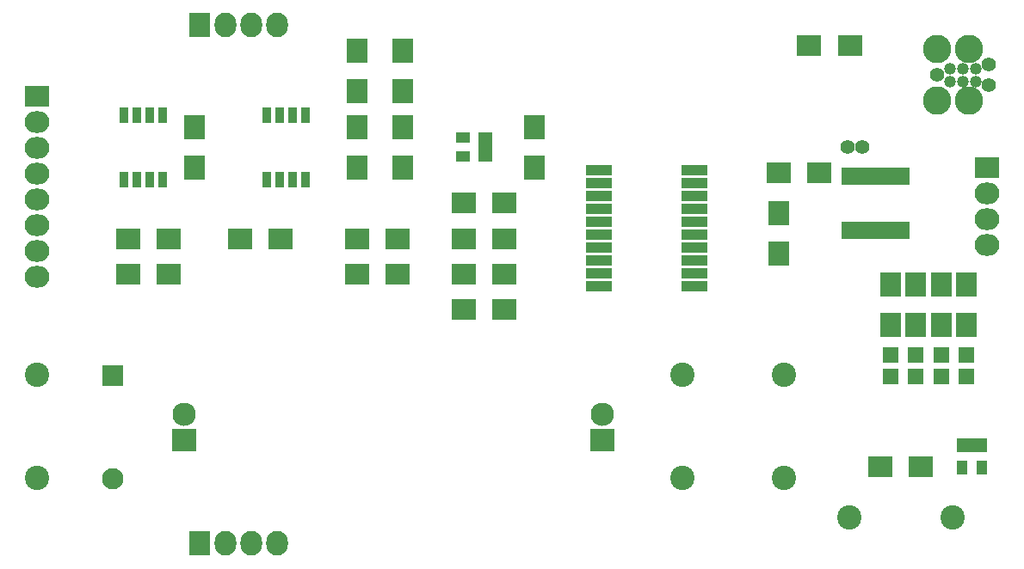
<source format=gbr>
G04 #@! TF.FileFunction,Soldermask,Top*
%FSLAX46Y46*%
G04 Gerber Fmt 4.6, Leading zero omitted, Abs format (unit mm)*
G04 Created by KiCad (PCBNEW 4.0.1-stable) date Tuesday, May 03, 2016 'AMt' 11:53:51 AM*
%MOMM*%
G01*
G04 APERTURE LIST*
%ADD10C,0.150000*%
%ADD11R,2.000000X2.400000*%
%ADD12R,2.400000X2.000000*%
%ADD13C,2.099260*%
%ADD14R,2.099260X2.099260*%
%ADD15R,2.400000X2.300000*%
%ADD16C,2.300000*%
%ADD17R,1.598880X1.598880*%
%ADD18R,2.432000X2.127200*%
%ADD19O,2.432000X2.127200*%
%ADD20R,2.100000X2.400000*%
%ADD21R,2.400000X2.100000*%
%ADD22R,0.908000X1.543000*%
%ADD23R,1.050000X1.460000*%
%ADD24R,1.460000X1.050000*%
%ADD25R,0.806400X1.670000*%
%ADD26C,1.400760*%
%ADD27C,2.398980*%
%ADD28R,2.600000X1.000000*%
%ADD29R,2.127200X2.432000*%
%ADD30O,2.127200X2.432000*%
%ADD31C,2.800000*%
%ADD32C,1.400000*%
%ADD33C,1.187000*%
G04 APERTURE END LIST*
D10*
D11*
X183500000Y-61000000D03*
X183500000Y-57000000D03*
D12*
X181000000Y-68000000D03*
X177000000Y-68000000D03*
X181000000Y-71500000D03*
X177000000Y-71500000D03*
X255000000Y-90500000D03*
X251000000Y-90500000D03*
X188000000Y-68000000D03*
X192000000Y-68000000D03*
D11*
X199500000Y-61000000D03*
X199500000Y-57000000D03*
X241000000Y-69500000D03*
X241000000Y-65500000D03*
D12*
X210000000Y-75000000D03*
X214000000Y-75000000D03*
X210000000Y-64500000D03*
X214000000Y-64500000D03*
X210000000Y-68000000D03*
X214000000Y-68000000D03*
X210000000Y-71500000D03*
X214000000Y-71500000D03*
X199500000Y-68000000D03*
X203500000Y-68000000D03*
X199500000Y-71500000D03*
X203500000Y-71500000D03*
X241000000Y-61500000D03*
X245000000Y-61500000D03*
D13*
X175502540Y-91660520D03*
D14*
X175502540Y-81500520D03*
D15*
X182500000Y-87850000D03*
D16*
X182500000Y-85310000D03*
D15*
X223680000Y-87850000D03*
D16*
X223680000Y-85310000D03*
D17*
X252000000Y-79450980D03*
X252000000Y-81549020D03*
X254500000Y-79450980D03*
X254500000Y-81549020D03*
X257000000Y-79450980D03*
X257000000Y-81549020D03*
X259500000Y-79450980D03*
X259500000Y-81549020D03*
D18*
X261500000Y-61000000D03*
D19*
X261500000Y-63540000D03*
X261500000Y-66080000D03*
X261500000Y-68620000D03*
D18*
X168000000Y-54000000D03*
D19*
X168000000Y-56540000D03*
X168000000Y-59080000D03*
X168000000Y-61620000D03*
X168000000Y-64160000D03*
X168000000Y-66700000D03*
X168000000Y-69240000D03*
X168000000Y-71780000D03*
D20*
X199500000Y-49500000D03*
X199500000Y-53500000D03*
X217000000Y-61000000D03*
X217000000Y-57000000D03*
X204000000Y-57000000D03*
X204000000Y-61000000D03*
X204000000Y-49500000D03*
X204000000Y-53500000D03*
D21*
X248000000Y-49000000D03*
X244000000Y-49000000D03*
D20*
X252000000Y-76500000D03*
X252000000Y-72500000D03*
X254500000Y-76500000D03*
X254500000Y-72500000D03*
X257000000Y-76500000D03*
X257000000Y-72500000D03*
X259500000Y-76500000D03*
X259500000Y-72500000D03*
D22*
X176595000Y-55825000D03*
X177865000Y-55825000D03*
X179135000Y-55825000D03*
X180405000Y-55825000D03*
X180405000Y-62175000D03*
X179135000Y-62175000D03*
X177865000Y-62175000D03*
X176595000Y-62175000D03*
D23*
X260950000Y-88400000D03*
X260000000Y-88400000D03*
X259050000Y-88400000D03*
X259050000Y-90600000D03*
X260950000Y-90600000D03*
D22*
X190595000Y-55825000D03*
X191865000Y-55825000D03*
X193135000Y-55825000D03*
X194405000Y-55825000D03*
X194405000Y-62175000D03*
X193135000Y-62175000D03*
X191865000Y-62175000D03*
X190595000Y-62175000D03*
D24*
X212100000Y-59950000D03*
X212100000Y-59000000D03*
X212100000Y-58050000D03*
X209900000Y-58050000D03*
X209900000Y-59950000D03*
D25*
X247579000Y-67167000D03*
X248214000Y-67167000D03*
X248874400Y-67167000D03*
X249534800Y-67167000D03*
X250169800Y-67167000D03*
X250830200Y-67167000D03*
X251490600Y-67167000D03*
X252125600Y-67167000D03*
X252786000Y-67167000D03*
X253421000Y-67167000D03*
X253421000Y-61833000D03*
X252786000Y-61833000D03*
X252125600Y-61833000D03*
X251490600Y-61833000D03*
X250830200Y-61833000D03*
X250169800Y-61833000D03*
X249534800Y-61833000D03*
X248874400Y-61833000D03*
X248214000Y-61833000D03*
X247579000Y-61833000D03*
D26*
X247750700Y-59000000D03*
X249249300Y-59000000D03*
D27*
X168000000Y-91580000D03*
X168000000Y-81420000D03*
X231500000Y-81420000D03*
X231500000Y-91580000D03*
X241500000Y-81420000D03*
X241500000Y-91580000D03*
X258080000Y-95500000D03*
X247920000Y-95500000D03*
D28*
X223300000Y-72715000D03*
X232700000Y-72715000D03*
X223300000Y-71445000D03*
X232700000Y-71445000D03*
X223300000Y-70175000D03*
X232700000Y-70175000D03*
X223300000Y-68905000D03*
X232700000Y-68905000D03*
X223300000Y-67635000D03*
X232700000Y-67635000D03*
X223300000Y-66365000D03*
X232700000Y-66365000D03*
X223300000Y-65095000D03*
X232700000Y-65095000D03*
X223300000Y-63825000D03*
X232700000Y-63825000D03*
X223300000Y-62555000D03*
X232700000Y-62555000D03*
X223300000Y-61285000D03*
X232700000Y-61285000D03*
D29*
X184000000Y-98000000D03*
D30*
X186540000Y-98000000D03*
X189080000Y-98000000D03*
X191620000Y-98000000D03*
D29*
X184000000Y-47000000D03*
D30*
X186540000Y-47000000D03*
X189080000Y-47000000D03*
X191620000Y-47000000D03*
D31*
X259755000Y-49370000D03*
X259755000Y-54450000D03*
X256580000Y-49370000D03*
X256580000Y-54450000D03*
D32*
X261660000Y-50894000D03*
X261660000Y-52926000D03*
X256580000Y-51910000D03*
D33*
X260390000Y-51275000D03*
X260390000Y-52545000D03*
X259120000Y-51275000D03*
X259120000Y-52545000D03*
X257850000Y-51275000D03*
X257850000Y-52545000D03*
X257850000Y-52545000D03*
X257850000Y-51275000D03*
X259120000Y-52545000D03*
X259120000Y-51275000D03*
X260390000Y-52545000D03*
X260390000Y-51275000D03*
D32*
X256580000Y-51910000D03*
X261660000Y-52926000D03*
X261660000Y-50894000D03*
D31*
X256580000Y-54450000D03*
X256580000Y-49370000D03*
X259755000Y-54450000D03*
X259755000Y-49370000D03*
M02*

</source>
